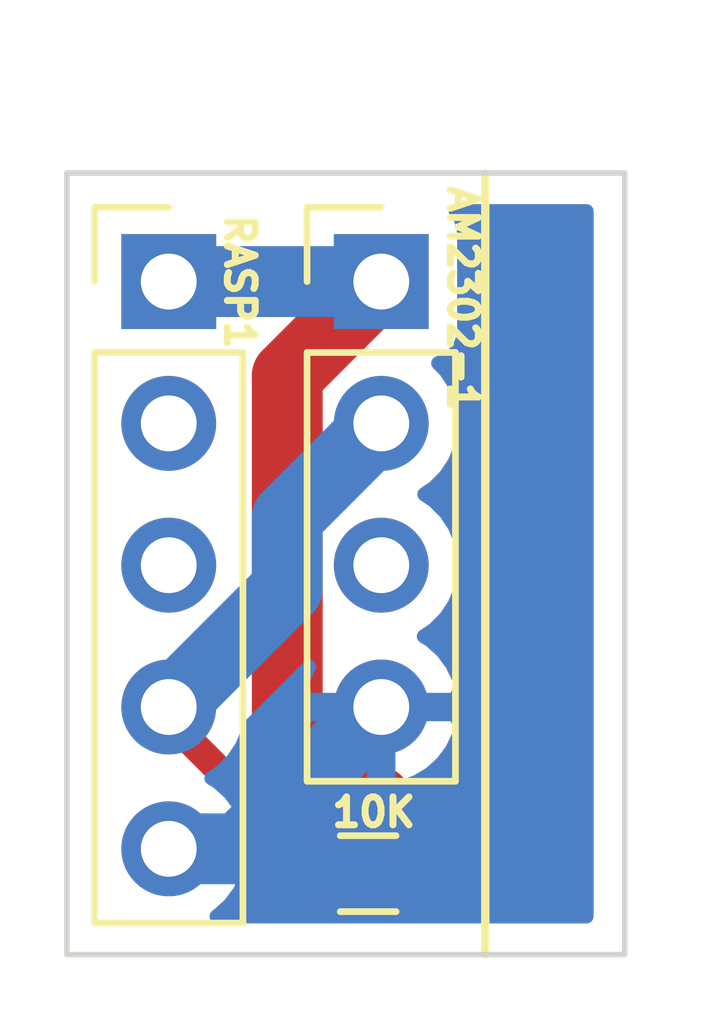
<source format=kicad_pcb>
(kicad_pcb (version 20171130) (host pcbnew "(5.1.6-0-10_14)")

  (general
    (thickness 1.6)
    (drawings 9)
    (tracks 16)
    (zones 0)
    (modules 3)
    (nets 4)
  )

  (page A4)
  (layers
    (0 F.Cu signal)
    (31 B.Cu signal)
    (32 B.Adhes user)
    (33 F.Adhes user)
    (34 B.Paste user)
    (35 F.Paste user)
    (36 B.SilkS user)
    (37 F.SilkS user)
    (38 B.Mask user)
    (39 F.Mask user)
    (40 Dwgs.User user)
    (41 Cmts.User user)
    (42 Eco1.User user)
    (43 Eco2.User user)
    (44 Edge.Cuts user)
    (45 Margin user)
    (46 B.CrtYd user)
    (47 F.CrtYd user)
    (48 B.Fab user)
    (49 F.Fab user hide)
  )

  (setup
    (last_trace_width 0.508)
    (user_trace_width 0.508)
    (user_trace_width 1.27)
    (user_trace_width 2.54)
    (trace_clearance 0.2)
    (zone_clearance 0.508)
    (zone_45_only no)
    (trace_min 0.2)
    (via_size 0.8)
    (via_drill 0.4)
    (via_min_size 0.4)
    (via_min_drill 0.3)
    (user_via 1.27 0.4)
    (user_via 1.524 0.4)
    (user_via 2.54 0.4)
    (uvia_size 0.3)
    (uvia_drill 0.1)
    (uvias_allowed no)
    (uvia_min_size 0.2)
    (uvia_min_drill 0.1)
    (edge_width 0.1)
    (segment_width 0.2)
    (pcb_text_width 0.3)
    (pcb_text_size 1.5 1.5)
    (mod_edge_width 0.15)
    (mod_text_size 1 1)
    (mod_text_width 0.15)
    (pad_size 1.7 1.7)
    (pad_drill 1)
    (pad_to_mask_clearance 0)
    (aux_axis_origin 0 0)
    (visible_elements FFFFFF7F)
    (pcbplotparams
      (layerselection 0x010fc_ffffffff)
      (usegerberextensions true)
      (usegerberattributes true)
      (usegerberadvancedattributes true)
      (creategerberjobfile true)
      (excludeedgelayer true)
      (linewidth 0.100000)
      (plotframeref false)
      (viasonmask false)
      (mode 1)
      (useauxorigin false)
      (hpglpennumber 1)
      (hpglpenspeed 20)
      (hpglpendiameter 15.000000)
      (psnegative false)
      (psa4output false)
      (plotreference true)
      (plotvalue true)
      (plotinvisibletext false)
      (padsonsilk false)
      (subtractmaskfromsilk false)
      (outputformat 1)
      (mirror false)
      (drillshape 0)
      (scaleselection 1)
      (outputdirectory ""))
  )

  (net 0 "")
  (net 1 GND)
  (net 2 /SCA)
  (net 3 +3V3)

  (net_class Default "This is the default net class."
    (clearance 0.2)
    (trace_width 0.25)
    (via_dia 0.8)
    (via_drill 0.4)
    (uvia_dia 0.3)
    (uvia_drill 0.1)
    (add_net +3V3)
    (add_net /SCA)
    (add_net GND)
  )

  (net_class 12V ""
    (clearance 0.2)
    (trace_width 1.27)
    (via_dia 1.5366)
    (via_drill 0.4)
    (uvia_dia 0.3)
    (uvia_drill 0.1)
  )

  (net_class 5V ""
    (clearance 0.2)
    (trace_width 0.508)
    (via_dia 1.2826)
    (via_drill 0.4)
    (uvia_dia 0.3)
    (uvia_drill 0.1)
  )

  (module Pin_Headers:Pin_Header_Straight_1x05_Pitch2.54mm (layer F.Cu) (tedit 59650532) (tstamp 5FF26FD9)
    (at 123.025001 66.195001)
    (descr "Through hole straight pin header, 1x05, 2.54mm pitch, single row")
    (tags "Through hole pin header THT 1x05 2.54mm single row")
    (path /5FF2C56E)
    (fp_text reference J1 (at 0 -2.33) (layer F.SilkS) hide
      (effects (font (size 1 1) (thickness 0.15)))
    )
    (fp_text value Conn_01x05_Male (at 0 12.49) (layer F.Fab)
      (effects (font (size 1 1) (thickness 0.15)))
    )
    (fp_text user %R (at 0 5.08 90) (layer F.Fab)
      (effects (font (size 1 1) (thickness 0.15)))
    )
    (fp_line (start -0.635 -1.27) (end 1.27 -1.27) (layer F.Fab) (width 0.1))
    (fp_line (start 1.27 -1.27) (end 1.27 11.43) (layer F.Fab) (width 0.1))
    (fp_line (start 1.27 11.43) (end -1.27 11.43) (layer F.Fab) (width 0.1))
    (fp_line (start -1.27 11.43) (end -1.27 -0.635) (layer F.Fab) (width 0.1))
    (fp_line (start -1.27 -0.635) (end -0.635 -1.27) (layer F.Fab) (width 0.1))
    (fp_line (start -1.33 11.49) (end 1.33 11.49) (layer F.SilkS) (width 0.12))
    (fp_line (start -1.33 1.27) (end -1.33 11.49) (layer F.SilkS) (width 0.12))
    (fp_line (start 1.33 1.27) (end 1.33 11.49) (layer F.SilkS) (width 0.12))
    (fp_line (start -1.33 1.27) (end 1.33 1.27) (layer F.SilkS) (width 0.12))
    (fp_line (start -1.33 0) (end -1.33 -1.33) (layer F.SilkS) (width 0.12))
    (fp_line (start -1.33 -1.33) (end 0 -1.33) (layer F.SilkS) (width 0.12))
    (fp_line (start -1.8 -1.8) (end -1.8 11.95) (layer F.CrtYd) (width 0.05))
    (fp_line (start -1.8 11.95) (end 1.8 11.95) (layer F.CrtYd) (width 0.05))
    (fp_line (start 1.8 11.95) (end 1.8 -1.8) (layer F.CrtYd) (width 0.05))
    (fp_line (start 1.8 -1.8) (end -1.8 -1.8) (layer F.CrtYd) (width 0.05))
    (pad 5 thru_hole oval (at 0 10.16) (size 1.7 1.7) (drill 1) (layers *.Cu *.Mask)
      (net 1 GND))
    (pad 4 thru_hole oval (at 0 7.62) (size 1.7 1.7) (drill 1) (layers *.Cu *.Mask)
      (net 2 /SCA))
    (pad 3 thru_hole oval (at 0 5.08) (size 1.7 1.7) (drill 1) (layers *.Cu *.Mask))
    (pad 2 thru_hole oval (at 0 2.54) (size 1.7 1.7) (drill 1) (layers *.Cu *.Mask))
    (pad 1 thru_hole rect (at 0 0) (size 1.7 1.7) (drill 1) (layers *.Cu *.Mask)
      (net 3 +3V3))
    (model ${KISYS3DMOD}/Pin_Headers.3dshapes/Pin_Header_Straight_1x05_Pitch2.54mm.wrl
      (at (xyz 0 0 0))
      (scale (xyz 1 1 1))
      (rotate (xyz 0 0 0))
    )
  )

  (module Pin_Headers:Pin_Header_Straight_1x04_Pitch2.54mm (layer F.Cu) (tedit 59650532) (tstamp 5FF27094)
    (at 126.835001 66.195001)
    (descr "Through hole straight pin header, 1x04, 2.54mm pitch, single row")
    (tags "Through hole pin header THT 1x04 2.54mm single row")
    (path /5FF267E8)
    (fp_text reference J3 (at 0 -2.33) (layer F.SilkS) hide
      (effects (font (size 1 1) (thickness 0.15)))
    )
    (fp_text value Conn_01x04_Male (at 0 9.95) (layer F.Fab)
      (effects (font (size 1 1) (thickness 0.15)))
    )
    (fp_text user %R (at 0 3.81 90) (layer F.Fab)
      (effects (font (size 1 1) (thickness 0.15)))
    )
    (fp_line (start -0.635 -1.27) (end 1.27 -1.27) (layer F.Fab) (width 0.1))
    (fp_line (start 1.27 -1.27) (end 1.27 8.89) (layer F.Fab) (width 0.1))
    (fp_line (start 1.27 8.89) (end -1.27 8.89) (layer F.Fab) (width 0.1))
    (fp_line (start -1.27 8.89) (end -1.27 -0.635) (layer F.Fab) (width 0.1))
    (fp_line (start -1.27 -0.635) (end -0.635 -1.27) (layer F.Fab) (width 0.1))
    (fp_line (start -1.33 8.95) (end 1.33 8.95) (layer F.SilkS) (width 0.12))
    (fp_line (start -1.33 1.27) (end -1.33 8.95) (layer F.SilkS) (width 0.12))
    (fp_line (start 1.33 1.27) (end 1.33 8.95) (layer F.SilkS) (width 0.12))
    (fp_line (start -1.33 1.27) (end 1.33 1.27) (layer F.SilkS) (width 0.12))
    (fp_line (start -1.33 0) (end -1.33 -1.33) (layer F.SilkS) (width 0.12))
    (fp_line (start -1.33 -1.33) (end 0 -1.33) (layer F.SilkS) (width 0.12))
    (fp_line (start -1.8 -1.8) (end -1.8 9.4) (layer F.CrtYd) (width 0.05))
    (fp_line (start -1.8 9.4) (end 1.8 9.4) (layer F.CrtYd) (width 0.05))
    (fp_line (start 1.8 9.4) (end 1.8 -1.8) (layer F.CrtYd) (width 0.05))
    (fp_line (start 1.8 -1.8) (end -1.8 -1.8) (layer F.CrtYd) (width 0.05))
    (pad 4 thru_hole oval (at 0 7.62) (size 1.7 1.7) (drill 1) (layers *.Cu *.Mask)
      (net 1 GND))
    (pad 3 thru_hole oval (at 0 5.08) (size 1.7 1.7) (drill 1) (layers *.Cu *.Mask))
    (pad 2 thru_hole oval (at 0 2.54) (size 1.7 1.7) (drill 1) (layers *.Cu *.Mask)
      (net 2 /SCA))
    (pad 1 thru_hole rect (at 0 0) (size 1.7 1.7) (drill 1) (layers *.Cu *.Mask)
      (net 3 +3V3))
    (model ${KISYS3DMOD}/Pin_Headers.3dshapes/Pin_Header_Straight_1x04_Pitch2.54mm.wrl
      (at (xyz 0 0 0))
      (scale (xyz 1 1 1))
      (rotate (xyz 0 0 0))
    )
  )

  (module Resistors_SMD:R_0603_HandSoldering (layer F.Cu) (tedit 58E0A804) (tstamp 5FF281D0)
    (at 126.6 76.8 180)
    (descr "Resistor SMD 0603, hand soldering")
    (tags "resistor 0603")
    (path /5FF28601)
    (attr smd)
    (fp_text reference R1 (at 0 -1.45) (layer F.SilkS) hide
      (effects (font (size 1 1) (thickness 0.15)))
    )
    (fp_text value 10K (at 0 1.55) (layer F.Fab)
      (effects (font (size 1 1) (thickness 0.15)))
    )
    (fp_text user %R (at 0 0) (layer F.Fab)
      (effects (font (size 0.4 0.4) (thickness 0.075)))
    )
    (fp_line (start -0.8 0.4) (end -0.8 -0.4) (layer F.Fab) (width 0.1))
    (fp_line (start 0.8 0.4) (end -0.8 0.4) (layer F.Fab) (width 0.1))
    (fp_line (start 0.8 -0.4) (end 0.8 0.4) (layer F.Fab) (width 0.1))
    (fp_line (start -0.8 -0.4) (end 0.8 -0.4) (layer F.Fab) (width 0.1))
    (fp_line (start 0.5 0.68) (end -0.5 0.68) (layer F.SilkS) (width 0.12))
    (fp_line (start -0.5 -0.68) (end 0.5 -0.68) (layer F.SilkS) (width 0.12))
    (fp_line (start -1.96 -0.7) (end 1.95 -0.7) (layer F.CrtYd) (width 0.05))
    (fp_line (start -1.96 -0.7) (end -1.96 0.7) (layer F.CrtYd) (width 0.05))
    (fp_line (start 1.95 0.7) (end 1.95 -0.7) (layer F.CrtYd) (width 0.05))
    (fp_line (start 1.95 0.7) (end -1.96 0.7) (layer F.CrtYd) (width 0.05))
    (pad 2 smd rect (at 1.1 0 180) (size 1.2 0.9) (layers F.Cu F.Paste F.Mask)
      (net 2 /SCA))
    (pad 1 smd rect (at -1.1 0 180) (size 1.2 0.9) (layers F.Cu F.Paste F.Mask)
      (net 3 +3V3))
    (model ${KISYS3DMOD}/Resistors_SMD.3dshapes/R_0603.wrl
      (at (xyz 0 0 0))
      (scale (xyz 1 1 1))
      (rotate (xyz 0 0 0))
    )
  )

  (gr_line (start 128.7 64.25) (end 128.7 78.25) (layer F.SilkS) (width 0.15))
  (gr_text 10K (at 126.7 75.7) (layer F.SilkS) (tstamp 5FF284C0)
    (effects (font (size 0.5 0.5) (thickness 0.125)))
  )
  (gr_text AM2302-1 (at 128.3 66.5 270) (layer F.SilkS) (tstamp 5FF28548)
    (effects (font (size 0.5 0.5) (thickness 0.125)))
  )
  (gr_text RASP1 (at 124.3 66.2 270) (layer F.SilkS)
    (effects (font (size 0.5 0.5) (thickness 0.125)))
  )
  (gr_text 10x14mm (at 124.8 62) (layer Dwgs.User)
    (effects (font (size 1 1) (thickness 0.15)))
  )
  (gr_line (start 121.2 64.25) (end 121.2 78.25) (layer Edge.Cuts) (width 0.1) (tstamp 5FF2836F))
  (gr_line (start 131.2 64.25) (end 121.2 64.25) (layer Edge.Cuts) (width 0.1))
  (gr_line (start 131.2 78.25) (end 131.2 64.25) (layer Edge.Cuts) (width 0.1))
  (gr_line (start 121.2 78.25) (end 131.2 78.25) (layer Edge.Cuts) (width 0.1))

  (segment (start 124.295001 76.355001) (end 126.835001 73.815001) (width 1.27) (layer B.Cu) (net 1))
  (segment (start 123.025001 76.355001) (end 124.295001 76.355001) (width 1.27) (layer B.Cu) (net 1))
  (segment (start 125.15 70.420002) (end 126.835001 68.735001) (width 1.27) (layer B.Cu) (net 2))
  (segment (start 125.15 71.690002) (end 125.15 70.420002) (width 1.27) (layer B.Cu) (net 2))
  (segment (start 123.025001 73.815001) (end 125.15 71.690002) (width 1.27) (layer B.Cu) (net 2))
  (segment (start 125.5 76.8) (end 125.399922 76.8) (width 0.508) (layer F.Cu) (net 2))
  (segment (start 125.5 76.8) (end 125.5 76.513894) (width 0.508) (layer F.Cu) (net 2))
  (segment (start 123.025001 74.038895) (end 123.025001 73.815001) (width 0.508) (layer F.Cu) (net 2))
  (segment (start 125.5 76.513894) (end 123.025001 74.038895) (width 0.508) (layer F.Cu) (net 2))
  (segment (start 123.025001 66.195001) (end 126.835001 66.195001) (width 1.27) (layer B.Cu) (net 3))
  (segment (start 125.15 67.880002) (end 126.835001 66.195001) (width 1.27) (layer F.Cu) (net 3))
  (segment (start 127.7 76.446998) (end 126.753004 75.500002) (width 1.27) (layer F.Cu) (net 3))
  (segment (start 125.15 74.623802) (end 125.15 67.880002) (width 1.27) (layer F.Cu) (net 3))
  (segment (start 126.0262 75.500002) (end 125.15 74.623802) (width 1.27) (layer F.Cu) (net 3))
  (segment (start 126.753004 75.500002) (end 126.0262 75.500002) (width 1.27) (layer F.Cu) (net 3))
  (segment (start 127.7 76.8) (end 127.7 76.446998) (width 1.27) (layer F.Cu) (net 3))

  (zone (net 1) (net_name GND) (layer B.Cu) (tstamp 5FF284C9) (hatch edge 0.508)
    (connect_pads (clearance 0.508))
    (min_thickness 0.254)
    (fill yes (arc_segments 32) (thermal_gap 0.508) (thermal_bridge_width 0.508))
    (polygon
      (pts
        (xy 133 79.5) (xy 120 79.5) (xy 120 63) (xy 133 63)
      )
    )
    (filled_polygon
      (pts
        (xy 130.515 77.565) (xy 123.881475 77.565) (xy 123.906356 77.550179) (xy 124.122589 77.35527) (xy 124.296642 77.121921)
        (xy 124.421826 76.8591) (xy 124.466477 76.711891) (xy 124.345156 76.482001) (xy 123.152001 76.482001) (xy 123.152001 76.502001)
        (xy 122.898001 76.502001) (xy 122.898001 76.482001) (xy 122.878001 76.482001) (xy 122.878001 76.228001) (xy 122.898001 76.228001)
        (xy 122.898001 76.208001) (xy 123.152001 76.208001) (xy 123.152001 76.228001) (xy 124.345156 76.228001) (xy 124.466477 75.998111)
        (xy 124.421826 75.850902) (xy 124.296642 75.588081) (xy 124.122589 75.354732) (xy 123.906356 75.159823) (xy 123.789467 75.090196)
        (xy 123.971633 74.968476) (xy 124.178476 74.761633) (xy 124.340991 74.518412) (xy 124.452933 74.248159) (xy 124.468104 74.171891)
        (xy 125.393525 74.171891) (xy 125.438176 74.3191) (xy 125.56336 74.581921) (xy 125.737413 74.81527) (xy 125.953646 75.010179)
        (xy 126.203749 75.159158) (xy 126.47811 75.256482) (xy 126.708001 75.135815) (xy 126.708001 73.942001) (xy 126.962001 73.942001)
        (xy 126.962001 75.135815) (xy 127.191892 75.256482) (xy 127.466253 75.159158) (xy 127.716356 75.010179) (xy 127.932589 74.81527)
        (xy 128.106642 74.581921) (xy 128.231826 74.3191) (xy 128.276477 74.171891) (xy 128.155156 73.942001) (xy 126.962001 73.942001)
        (xy 126.708001 73.942001) (xy 125.514846 73.942001) (xy 125.393525 74.171891) (xy 124.468104 74.171891) (xy 124.469083 74.16697)
        (xy 125.540975 73.095078) (xy 125.438176 73.310902) (xy 125.393525 73.458111) (xy 125.514846 73.688001) (xy 126.708001 73.688001)
        (xy 126.708001 73.668001) (xy 126.962001 73.668001) (xy 126.962001 73.688001) (xy 128.155156 73.688001) (xy 128.276477 73.458111)
        (xy 128.231826 73.310902) (xy 128.106642 73.048081) (xy 127.932589 72.814732) (xy 127.716356 72.619823) (xy 127.599467 72.550196)
        (xy 127.781633 72.428476) (xy 127.988476 72.221633) (xy 128.150991 71.978412) (xy 128.262933 71.708159) (xy 128.320001 71.421261)
        (xy 128.320001 71.128741) (xy 128.262933 70.841843) (xy 128.150991 70.57159) (xy 127.988476 70.328369) (xy 127.781633 70.121526)
        (xy 127.607241 70.005001) (xy 127.781633 69.888476) (xy 127.988476 69.681633) (xy 128.150991 69.438412) (xy 128.262933 69.168159)
        (xy 128.320001 68.881261) (xy 128.320001 68.588741) (xy 128.262933 68.301843) (xy 128.150991 68.03159) (xy 127.988476 67.788369)
        (xy 127.856621 67.656514) (xy 127.929181 67.634503) (xy 128.039495 67.575538) (xy 128.136186 67.496186) (xy 128.215538 67.399495)
        (xy 128.274503 67.289181) (xy 128.310813 67.169483) (xy 128.323073 67.045001) (xy 128.323073 65.345001) (xy 128.310813 65.220519)
        (xy 128.274503 65.100821) (xy 128.215538 64.990507) (xy 128.169985 64.935) (xy 130.515001 64.935)
      )
    )
  )
  (zone (net 1) (net_name GND) (layer F.Cu) (tstamp 5FF284E1) (hatch edge 0.508)
    (connect_pads (clearance 0.508))
    (min_thickness 0.254)
    (fill yes (arc_segments 32) (thermal_gap 0.508) (thermal_bridge_width 0.508))
    (polygon
      (pts
        (xy 132.5 79) (xy 120.5 79) (xy 120.5 63.5) (xy 132.5 63.5)
      )
    )
    (filled_polygon
      (pts
        (xy 130.515 77.565) (xy 128.851647 77.565) (xy 128.889502 77.49418) (xy 128.925812 77.374482) (xy 128.938072 77.25)
        (xy 128.938072 77.093635) (xy 128.951623 77.048963) (xy 128.97 76.86238) (xy 128.97 76.509378) (xy 128.976144 76.446998)
        (xy 128.951623 76.198035) (xy 128.879003 75.958639) (xy 128.795708 75.802805) (xy 128.761075 75.73801) (xy 128.60237 75.544628)
        (xy 128.553914 75.504861) (xy 127.896685 74.847633) (xy 127.932589 74.81527) (xy 128.106642 74.581921) (xy 128.231826 74.3191)
        (xy 128.276477 74.171891) (xy 128.155156 73.942001) (xy 126.962001 73.942001) (xy 126.962001 73.962001) (xy 126.708001 73.962001)
        (xy 126.708001 73.942001) (xy 126.688001 73.942001) (xy 126.688001 73.688001) (xy 126.708001 73.688001) (xy 126.708001 73.668001)
        (xy 126.962001 73.668001) (xy 126.962001 73.688001) (xy 128.155156 73.688001) (xy 128.276477 73.458111) (xy 128.231826 73.310902)
        (xy 128.106642 73.048081) (xy 127.932589 72.814732) (xy 127.716356 72.619823) (xy 127.599467 72.550196) (xy 127.781633 72.428476)
        (xy 127.988476 72.221633) (xy 128.150991 71.978412) (xy 128.262933 71.708159) (xy 128.320001 71.421261) (xy 128.320001 71.128741)
        (xy 128.262933 70.841843) (xy 128.150991 70.57159) (xy 127.988476 70.328369) (xy 127.781633 70.121526) (xy 127.607241 70.005001)
        (xy 127.781633 69.888476) (xy 127.988476 69.681633) (xy 128.150991 69.438412) (xy 128.262933 69.168159) (xy 128.320001 68.881261)
        (xy 128.320001 68.588741) (xy 128.262933 68.301843) (xy 128.150991 68.03159) (xy 127.988476 67.788369) (xy 127.856621 67.656514)
        (xy 127.929181 67.634503) (xy 128.039495 67.575538) (xy 128.136186 67.496186) (xy 128.215538 67.399495) (xy 128.274503 67.289181)
        (xy 128.310813 67.169483) (xy 128.323073 67.045001) (xy 128.323073 65.345001) (xy 128.310813 65.220519) (xy 128.274503 65.100821)
        (xy 128.215538 64.990507) (xy 128.169985 64.935) (xy 130.515001 64.935)
      )
    )
    (filled_polygon
      (pts
        (xy 123.152001 76.228001) (xy 123.172001 76.228001) (xy 123.172001 76.482001) (xy 123.152001 76.482001) (xy 123.152001 76.502001)
        (xy 122.898001 76.502001) (xy 122.898001 76.482001) (xy 122.878001 76.482001) (xy 122.878001 76.228001) (xy 122.898001 76.228001)
        (xy 122.898001 76.208001) (xy 123.152001 76.208001)
      )
    )
  )
)

</source>
